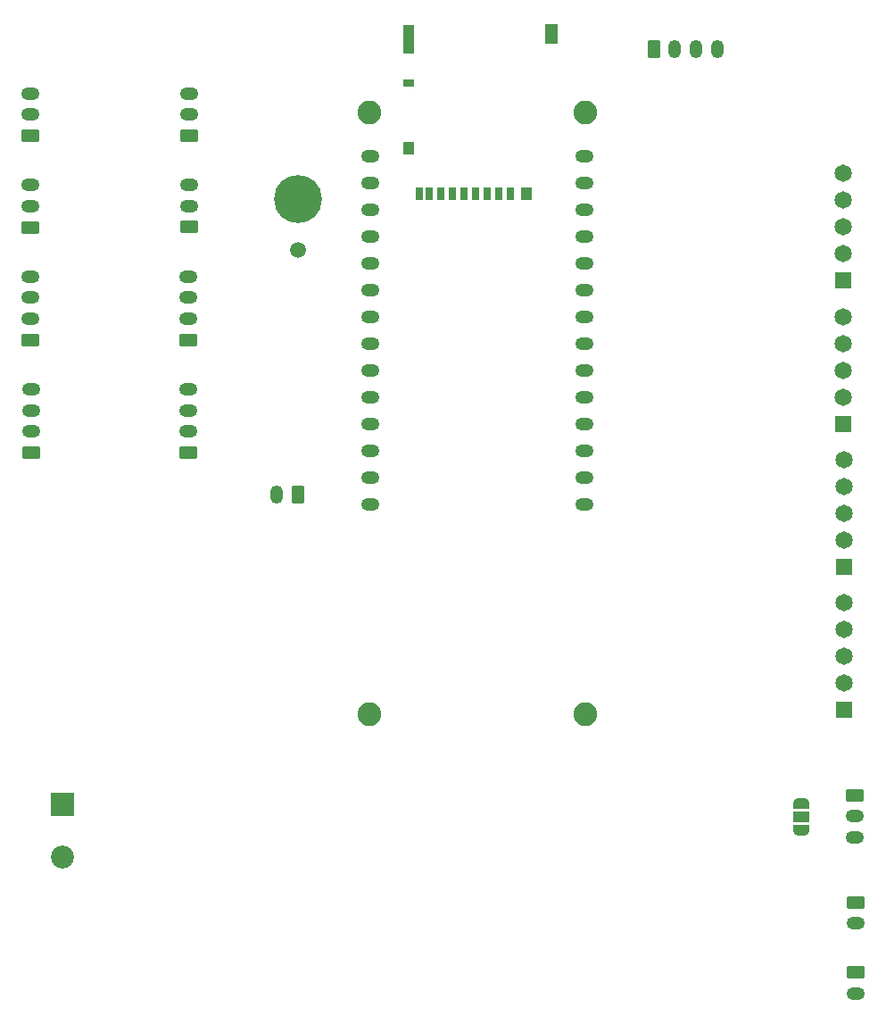
<source format=gbs>
G04 #@! TF.GenerationSoftware,KiCad,Pcbnew,(6.0.5)*
G04 #@! TF.CreationDate,2022-12-03T11:34:05+01:00*
G04 #@! TF.ProjectId,ruche,72756368-652e-46b6-9963-61645f706362,rev?*
G04 #@! TF.SameCoordinates,Original*
G04 #@! TF.FileFunction,Soldermask,Bot*
G04 #@! TF.FilePolarity,Negative*
%FSLAX46Y46*%
G04 Gerber Fmt 4.6, Leading zero omitted, Abs format (unit mm)*
G04 Created by KiCad (PCBNEW (6.0.5)) date 2022-12-03 11:34:05*
%MOMM*%
%LPD*%
G01*
G04 APERTURE LIST*
G04 Aperture macros list*
%AMRoundRect*
0 Rectangle with rounded corners*
0 $1 Rounding radius*
0 $2 $3 $4 $5 $6 $7 $8 $9 X,Y pos of 4 corners*
0 Add a 4 corners polygon primitive as box body*
4,1,4,$2,$3,$4,$5,$6,$7,$8,$9,$2,$3,0*
0 Add four circle primitives for the rounded corners*
1,1,$1+$1,$2,$3*
1,1,$1+$1,$4,$5*
1,1,$1+$1,$6,$7*
1,1,$1+$1,$8,$9*
0 Add four rect primitives between the rounded corners*
20,1,$1+$1,$2,$3,$4,$5,0*
20,1,$1+$1,$4,$5,$6,$7,0*
20,1,$1+$1,$6,$7,$8,$9,0*
20,1,$1+$1,$8,$9,$2,$3,0*%
%AMFreePoly0*
4,1,22,0.550000,-0.750000,0.000000,-0.750000,0.000000,-0.745033,-0.079941,-0.743568,-0.215256,-0.701293,-0.333266,-0.622738,-0.424486,-0.514219,-0.481581,-0.384460,-0.499164,-0.250000,-0.500000,-0.250000,-0.500000,0.250000,-0.499164,0.250000,-0.499963,0.256109,-0.478152,0.396186,-0.417904,0.524511,-0.324060,0.630769,-0.204165,0.706417,-0.067858,0.745374,0.000000,0.744959,0.000000,0.750000,
0.550000,0.750000,0.550000,-0.750000,0.550000,-0.750000,$1*%
%AMFreePoly1*
4,1,20,0.000000,0.744959,0.073905,0.744508,0.209726,0.703889,0.328688,0.626782,0.421226,0.519385,0.479903,0.390333,0.500000,0.250000,0.500000,-0.250000,0.499851,-0.262216,0.476331,-0.402017,0.414519,-0.529596,0.319384,-0.634700,0.198574,-0.708877,0.061801,-0.746166,0.000000,-0.745033,0.000000,-0.750000,-0.550000,-0.750000,-0.550000,0.750000,0.000000,0.750000,0.000000,0.744959,
0.000000,0.744959,$1*%
G04 Aperture macros list end*
%ADD10R,2.175000X2.175000*%
%ADD11C,2.175000*%
%ADD12RoundRect,0.250000X-0.350000X-0.625000X0.350000X-0.625000X0.350000X0.625000X-0.350000X0.625000X0*%
%ADD13O,1.200000X1.750000*%
%ADD14RoundRect,0.250000X-0.625000X0.350000X-0.625000X-0.350000X0.625000X-0.350000X0.625000X0.350000X0*%
%ADD15O,1.750000X1.200000*%
%ADD16RoundRect,0.250000X0.625000X-0.350000X0.625000X0.350000X-0.625000X0.350000X-0.625000X-0.350000X0*%
%ADD17C,1.500000*%
%ADD18C,4.540000*%
%ADD19R,1.650000X1.650000*%
%ADD20C,1.650000*%
%ADD21RoundRect,0.250000X0.350000X0.625000X-0.350000X0.625000X-0.350000X-0.625000X0.350000X-0.625000X0*%
%ADD22C,2.250000*%
%ADD23FreePoly0,270.000000*%
%ADD24R,1.500000X1.000000*%
%ADD25FreePoly1,270.000000*%
%ADD26R,0.700000X1.200000*%
%ADD27R,1.000000X0.800000*%
%ADD28R,1.300000X1.900000*%
%ADD29R,1.000000X1.200000*%
%ADD30R,1.000000X2.800000*%
G04 APERTURE END LIST*
D10*
X91780000Y-143785000D03*
D11*
X91780000Y-148785000D03*
D12*
X147870000Y-72180000D03*
D13*
X149870000Y-72180000D03*
X151870000Y-72180000D03*
X153870000Y-72180000D03*
D14*
X167010000Y-153050000D03*
D15*
X167010000Y-155050000D03*
D14*
X166990000Y-159690000D03*
D15*
X166990000Y-161690000D03*
D16*
X88740000Y-89040000D03*
D15*
X88740000Y-87040000D03*
X88740000Y-85040000D03*
D16*
X88750000Y-80340000D03*
D15*
X88750000Y-78340000D03*
X88750000Y-76340000D03*
D16*
X103760000Y-89030000D03*
D15*
X103760000Y-87030000D03*
X103760000Y-85030000D03*
D17*
X114110000Y-91170000D03*
D18*
X114110000Y-86370000D03*
D16*
X103800000Y-80350000D03*
D15*
X103800000Y-78350000D03*
X103800000Y-76350000D03*
D19*
X165870000Y-107720000D03*
D20*
X165870000Y-105180000D03*
X165870000Y-102640000D03*
X165870000Y-100100000D03*
X165870000Y-97560000D03*
D21*
X114110000Y-114420000D03*
D13*
X112110000Y-114420000D03*
D19*
X165900000Y-121250000D03*
D20*
X165900000Y-118710000D03*
X165900000Y-116170000D03*
X165900000Y-113630000D03*
X165900000Y-111090000D03*
D14*
X166980000Y-142900000D03*
D15*
X166980000Y-144900000D03*
X166980000Y-146900000D03*
D22*
X120877500Y-78185000D03*
X141377500Y-78185000D03*
X120877500Y-135185000D03*
X141377500Y-135185000D03*
D15*
X141287500Y-115300200D03*
X141287500Y-112760200D03*
X141287500Y-110220200D03*
X141287500Y-107680200D03*
X141287500Y-105140200D03*
X141287500Y-102600200D03*
X141287500Y-100060200D03*
X141287500Y-97520200D03*
X141287500Y-94980200D03*
X141287500Y-92440200D03*
X141287500Y-89900200D03*
X141287500Y-87360200D03*
X141287500Y-84820200D03*
X141287500Y-82280200D03*
X120967500Y-82280200D03*
X120967500Y-84820200D03*
X120967500Y-87360200D03*
X120967500Y-89900200D03*
X120967500Y-92440200D03*
X120967500Y-94980200D03*
X120967500Y-97520200D03*
X120967500Y-100060200D03*
X120967500Y-102600200D03*
X120967500Y-105140200D03*
X120967500Y-107680200D03*
X120967500Y-110220200D03*
X120967500Y-112760200D03*
X120967500Y-115300200D03*
D16*
X103730000Y-99720000D03*
D15*
X103730000Y-97720000D03*
X103730000Y-95720000D03*
X103730000Y-93720000D03*
D19*
X165900000Y-134800000D03*
D20*
X165900000Y-132260000D03*
X165900000Y-129720000D03*
X165900000Y-127180000D03*
X165900000Y-124640000D03*
D16*
X88760000Y-110410000D03*
D15*
X88760000Y-108410000D03*
X88760000Y-106410000D03*
X88760000Y-104410000D03*
D16*
X88710000Y-99720000D03*
D15*
X88710000Y-97720000D03*
X88710000Y-95720000D03*
X88710000Y-93720000D03*
D19*
X165870000Y-94100000D03*
D20*
X165870000Y-91560000D03*
X165870000Y-89020000D03*
X165870000Y-86480000D03*
X165870000Y-83940000D03*
D16*
X103730000Y-110400000D03*
D15*
X103730000Y-108400000D03*
X103730000Y-106400000D03*
X103730000Y-104400000D03*
D23*
X161890000Y-143660000D03*
D24*
X161890000Y-144960000D03*
D25*
X161890000Y-146260000D03*
D26*
X134235000Y-85835000D03*
X133135000Y-85835000D03*
X132035000Y-85835000D03*
X130935000Y-85835000D03*
X129835000Y-85835000D03*
X128735000Y-85835000D03*
X127635000Y-85835000D03*
X126535000Y-85835000D03*
X125585000Y-85835000D03*
D27*
X124635000Y-75335000D03*
D28*
X138135000Y-70735000D03*
D29*
X135785000Y-85835000D03*
X124635000Y-81535000D03*
D30*
X124635000Y-71185000D03*
M02*

</source>
